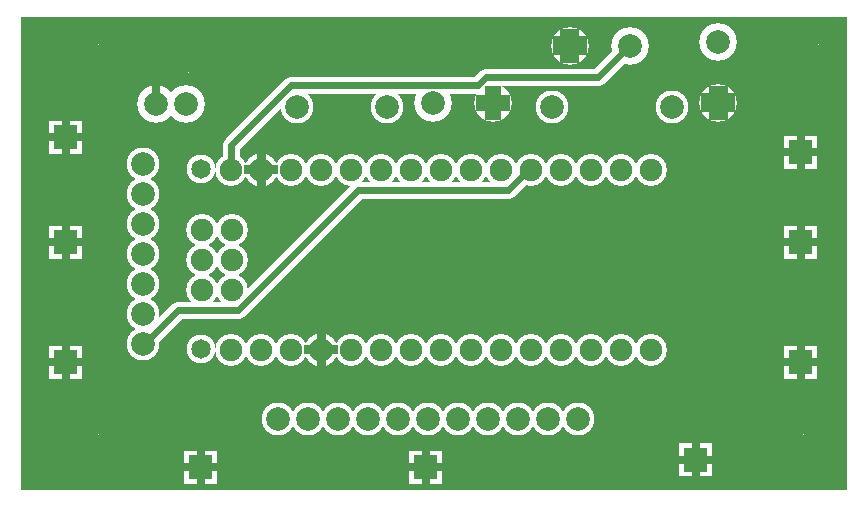
<source format=gbr>
%FSLAX34Y34*%
%MOMM*%
%LNCOPPER_TOP*%
G71*
G01*
%ADD10C,2.700*%
%ADD11C,2.450*%
%ADD12C,2.800*%
%ADD13C,3.200*%
%ADD14C,1.400*%
%ADD15C,4.200*%
%ADD16C,0.667*%
%ADD17C,0.813*%
%ADD18C,1.360*%
%ADD19C,1.587*%
%ADD20C,1.627*%
%ADD21C,0.787*%
%ADD22C,2.973*%
%ADD23C,1.900*%
%ADD24C,1.650*%
%ADD25C,2.000*%
%ADD26C,0.600*%
%ADD27C,4.000*%
%LPD*%
G36*
X-217646Y339759D02*
X482354Y339759D01*
X482354Y-60241D01*
X-217646Y-60241D01*
X-217646Y339759D01*
G37*
%LPC*%
X-39336Y58460D02*
G54D10*
D03*
X-13936Y58460D02*
G54D10*
D03*
X11464Y58460D02*
G54D10*
D03*
X36864Y58460D02*
G54D10*
D03*
X62264Y58460D02*
G54D10*
D03*
X87664Y58460D02*
G54D10*
D03*
X113064Y58460D02*
G54D10*
D03*
X138464Y58460D02*
G54D10*
D03*
X163864Y58460D02*
G54D10*
D03*
X189264Y58460D02*
G54D10*
D03*
X214664Y58460D02*
G54D10*
D03*
X240064Y58460D02*
G54D10*
D03*
X265464Y58460D02*
G54D10*
D03*
X290864Y58460D02*
G54D10*
D03*
X316264Y58460D02*
G54D10*
D03*
X-39336Y210860D02*
G54D10*
D03*
X-13936Y210860D02*
G54D10*
D03*
X11464Y210860D02*
G54D10*
D03*
X36864Y210860D02*
G54D10*
D03*
X62264Y210860D02*
G54D10*
D03*
X87664Y210860D02*
G54D10*
D03*
X113064Y210860D02*
G54D10*
D03*
X138464Y210860D02*
G54D10*
D03*
X163864Y210860D02*
G54D10*
D03*
X189264Y210860D02*
G54D10*
D03*
X214664Y210860D02*
G54D10*
D03*
X240064Y210860D02*
G54D10*
D03*
X265464Y210860D02*
G54D10*
D03*
X290864Y210860D02*
G54D10*
D03*
X316264Y210860D02*
G54D10*
D03*
X-64577Y211019D02*
G54D11*
D03*
X-64577Y58619D02*
G54D11*
D03*
X-38320Y159806D02*
G54D10*
D03*
X-63720Y159806D02*
G54D10*
D03*
X-38320Y134406D02*
G54D10*
D03*
X-63720Y134406D02*
G54D10*
D03*
X-38320Y109006D02*
G54D10*
D03*
X-63720Y109006D02*
G54D10*
D03*
X92234Y263559D02*
G54D12*
D03*
X16034Y263559D02*
G54D12*
D03*
X-102891Y266134D02*
G54D13*
D03*
X-77391Y266134D02*
G54D13*
D03*
X131499Y267316D02*
G54D13*
D03*
X182480Y267429D02*
G54D13*
D03*
X231934Y263559D02*
G54D12*
D03*
X333534Y263559D02*
G54D12*
D03*
X298120Y315684D02*
G54D13*
D03*
X247139Y315572D02*
G54D13*
D03*
X372851Y318434D02*
G54D13*
D03*
X372963Y267454D02*
G54D13*
D03*
X182480Y267429D02*
G54D12*
D03*
X247139Y315572D02*
G54D12*
D03*
X372963Y267454D02*
G54D12*
D03*
X50800Y0D02*
G54D12*
D03*
X25400Y0D02*
G54D12*
D03*
X0Y0D02*
G54D12*
D03*
X101600Y0D02*
G54D12*
D03*
X76200Y0D02*
G54D12*
D03*
X50800Y0D02*
G54D12*
D03*
X152400Y0D02*
G54D12*
D03*
X127000Y0D02*
G54D12*
D03*
X101600Y0D02*
G54D12*
D03*
X203199Y0D02*
G54D12*
D03*
X177799Y0D02*
G54D12*
D03*
X152400Y0D02*
G54D12*
D03*
X228599Y0D02*
G54D12*
D03*
X203199Y0D02*
G54D12*
D03*
X177799Y0D02*
G54D12*
D03*
X253999Y0D02*
G54D12*
D03*
X228599Y0D02*
G54D12*
D03*
X203199Y0D02*
G54D12*
D03*
X-114300Y139700D02*
G54D12*
D03*
X-114300Y139700D02*
G54D12*
D03*
X-114300Y165100D02*
G54D12*
D03*
X-114300Y190500D02*
G54D12*
D03*
X-114300Y88900D02*
G54D12*
D03*
X-114300Y88900D02*
G54D12*
D03*
X-114300Y114300D02*
G54D12*
D03*
X-114300Y139700D02*
G54D12*
D03*
X-114300Y63500D02*
G54D12*
D03*
X-114300Y88900D02*
G54D12*
D03*
X-114300Y165100D02*
G54D12*
D03*
X-114300Y165100D02*
G54D12*
D03*
X-114300Y190500D02*
G54D12*
D03*
X-114300Y215900D02*
G54D12*
D03*
X-114300Y63500D02*
G54D12*
D03*
X36864Y58460D02*
G54D12*
D03*
X-13936Y210860D02*
G54D12*
D03*
G54D14*
X-114300Y63500D02*
X-116046Y60409D01*
X-84296Y92159D01*
X-33496Y92159D01*
X68104Y193759D01*
X195104Y193759D01*
X214154Y212809D01*
X214664Y210860D01*
X-166846Y301659D02*
G54D15*
D03*
G54D14*
X298120Y315684D02*
X296704Y314409D01*
X271304Y289009D01*
X176054Y289009D01*
X169704Y282659D01*
X10954Y282659D01*
X-39846Y231859D01*
X-39846Y212809D01*
X-39336Y210860D01*
X-166846Y-28541D02*
G54D15*
D03*
X430054Y-28541D02*
G54D15*
D03*
X442754Y301659D02*
G54D15*
D03*
G36*
X-79246Y-27241D02*
X-51246Y-27241D01*
X-51246Y-55241D01*
X-79246Y-55241D01*
X-79246Y-27241D01*
G37*
G36*
X339854Y-20891D02*
X367854Y-20891D01*
X367854Y-48891D01*
X339854Y-48891D01*
X339854Y-20891D01*
G37*
G36*
X111254Y-27241D02*
X139254Y-27241D01*
X139254Y-55241D01*
X111254Y-55241D01*
X111254Y-27241D01*
G37*
G36*
X428754Y239459D02*
X456754Y239459D01*
X456754Y211459D01*
X428754Y211459D01*
X428754Y239459D01*
G37*
G36*
X428754Y61659D02*
X456754Y61659D01*
X456754Y33659D01*
X428754Y33659D01*
X428754Y61659D01*
G37*
G36*
X-193546Y252159D02*
X-165546Y252159D01*
X-165546Y224159D01*
X-193546Y224159D01*
X-193546Y252159D01*
G37*
G36*
X-193546Y61659D02*
X-165546Y61659D01*
X-165546Y33659D01*
X-193546Y33659D01*
X-193546Y61659D01*
G37*
X-90646Y308009D02*
G54D15*
D03*
G36*
X-193546Y163259D02*
X-165546Y163259D01*
X-165546Y135259D01*
X-193546Y135259D01*
X-193546Y163259D01*
G37*
G36*
X428754Y163259D02*
X456754Y163259D01*
X456754Y135259D01*
X428754Y135259D01*
X428754Y163259D01*
G37*
%LPD*%
G54D16*
G36*
X-106224Y266134D02*
X-106224Y282634D01*
X-99558Y282634D01*
X-99558Y266134D01*
X-106224Y266134D01*
G37*
G54D17*
G54D18*
G36*
X175680Y267429D02*
X175680Y281929D01*
X189280Y281929D01*
X189280Y267429D01*
X175680Y267429D01*
G37*
G36*
X182480Y274229D02*
X196980Y274229D01*
X196980Y260629D01*
X182480Y260629D01*
X182480Y274229D01*
G37*
G36*
X189280Y267429D02*
X189280Y252929D01*
X175680Y252929D01*
X175680Y267429D01*
X189280Y267429D01*
G37*
G36*
X182480Y260629D02*
X167980Y260629D01*
X167980Y274229D01*
X182480Y274229D01*
X182480Y260629D01*
G37*
G54D19*
G36*
X239206Y315572D02*
X239206Y330072D01*
X255072Y330072D01*
X255072Y315572D01*
X239206Y315572D01*
G37*
G36*
X247139Y323505D02*
X261639Y323505D01*
X261639Y307639D01*
X247139Y307639D01*
X247139Y323505D01*
G37*
G36*
X255072Y315572D02*
X255072Y301072D01*
X239206Y301072D01*
X239206Y315572D01*
X255072Y315572D01*
G37*
G36*
X247139Y307639D02*
X232639Y307639D01*
X232639Y323505D01*
X247139Y323505D01*
X247139Y307639D01*
G37*
G54D20*
G36*
X364830Y267454D02*
X364830Y281954D01*
X381096Y281954D01*
X381096Y267454D01*
X364830Y267454D01*
G37*
G36*
X372963Y275587D02*
X387463Y275587D01*
X387463Y259321D01*
X372963Y259321D01*
X372963Y275587D01*
G37*
G36*
X381096Y267454D02*
X381096Y252954D01*
X364830Y252954D01*
X364830Y267454D01*
X381096Y267454D01*
G37*
G36*
X372963Y259321D02*
X358463Y259321D01*
X358463Y275587D01*
X372963Y275587D01*
X372963Y259321D01*
G37*
G54D21*
G36*
X32931Y58460D02*
X32931Y72960D01*
X40797Y72960D01*
X40797Y58460D01*
X32931Y58460D01*
G37*
G36*
X36864Y62393D02*
X51364Y62393D01*
X51364Y54527D01*
X36864Y54527D01*
X36864Y62393D01*
G37*
G36*
X40797Y58460D02*
X40797Y43960D01*
X32931Y43960D01*
X32931Y58460D01*
X40797Y58460D01*
G37*
G36*
X36864Y54527D02*
X22364Y54527D01*
X22364Y62393D01*
X36864Y62393D01*
X36864Y54527D01*
G37*
G54D21*
G36*
X-17870Y210860D02*
X-17870Y225360D01*
X-10003Y225360D01*
X-10003Y210860D01*
X-17870Y210860D01*
G37*
G36*
X-13936Y214793D02*
X564Y214793D01*
X564Y206927D01*
X-13936Y206927D01*
X-13936Y214793D01*
G37*
G36*
X-10003Y210860D02*
X-10003Y196360D01*
X-17870Y196360D01*
X-17870Y210860D01*
X-10003Y210860D01*
G37*
G36*
X-13936Y206927D02*
X-28436Y206927D01*
X-28436Y214793D01*
X-13936Y214793D01*
X-13936Y206927D01*
G37*
G54D22*
G36*
X-166846Y316526D02*
X-145346Y316526D01*
X-145346Y286792D01*
X-166846Y286792D01*
X-166846Y316526D01*
G37*
G36*
X-151979Y301659D02*
X-151979Y280159D01*
X-181713Y280159D01*
X-181713Y301659D01*
X-151979Y301659D01*
G37*
G36*
X-166846Y286792D02*
X-188346Y286792D01*
X-188346Y316526D01*
X-166846Y316526D01*
X-166846Y286792D01*
G37*
G36*
X-181713Y301659D02*
X-181713Y323159D01*
X-151979Y323159D01*
X-151979Y301659D01*
X-181713Y301659D01*
G37*
G54D22*
G36*
X-166846Y-13674D02*
X-145346Y-13674D01*
X-145346Y-43408D01*
X-166846Y-43408D01*
X-166846Y-13674D01*
G37*
G36*
X-151979Y-28541D02*
X-151979Y-50041D01*
X-181713Y-50041D01*
X-181713Y-28541D01*
X-151979Y-28541D01*
G37*
G36*
X-166846Y-43408D02*
X-188346Y-43408D01*
X-188346Y-13674D01*
X-166846Y-13674D01*
X-166846Y-43408D01*
G37*
G36*
X-181713Y-28541D02*
X-181713Y-7041D01*
X-151979Y-7041D01*
X-151979Y-28541D01*
X-181713Y-28541D01*
G37*
G54D22*
G36*
X430054Y-13674D02*
X451554Y-13674D01*
X451554Y-43408D01*
X430054Y-43408D01*
X430054Y-13674D01*
G37*
G36*
X444921Y-28541D02*
X444921Y-50041D01*
X415187Y-50041D01*
X415187Y-28541D01*
X444921Y-28541D01*
G37*
G36*
X430054Y-43408D02*
X408554Y-43408D01*
X408554Y-13674D01*
X430054Y-13674D01*
X430054Y-43408D01*
G37*
G36*
X415187Y-28541D02*
X415187Y-7041D01*
X444921Y-7041D01*
X444921Y-28541D01*
X415187Y-28541D01*
G37*
G54D22*
G36*
X442754Y316526D02*
X464254Y316526D01*
X464254Y286792D01*
X442754Y286792D01*
X442754Y316526D01*
G37*
G36*
X457621Y301659D02*
X457621Y280159D01*
X427887Y280159D01*
X427887Y301659D01*
X457621Y301659D01*
G37*
G36*
X442754Y286792D02*
X421254Y286792D01*
X421254Y316526D01*
X442754Y316526D01*
X442754Y286792D01*
G37*
G36*
X427887Y301659D02*
X427887Y323159D01*
X457621Y323159D01*
X457621Y301659D01*
X427887Y301659D01*
G37*
G54D16*
G36*
X-68579Y-41241D02*
X-68579Y-26741D01*
X-61913Y-26741D01*
X-61913Y-41241D01*
X-68579Y-41241D01*
G37*
G36*
X-65246Y-37908D02*
X-50746Y-37908D01*
X-50746Y-44574D01*
X-65246Y-44574D01*
X-65246Y-37908D01*
G37*
G36*
X-61913Y-41241D02*
X-61913Y-55741D01*
X-68579Y-55741D01*
X-68579Y-41241D01*
X-61913Y-41241D01*
G37*
G36*
X-65246Y-44574D02*
X-79746Y-44574D01*
X-79746Y-37908D01*
X-65246Y-37908D01*
X-65246Y-44574D01*
G37*
G54D16*
G36*
X350521Y-34891D02*
X350521Y-20391D01*
X357187Y-20391D01*
X357187Y-34891D01*
X350521Y-34891D01*
G37*
G36*
X353854Y-31558D02*
X368354Y-31558D01*
X368354Y-38224D01*
X353854Y-38224D01*
X353854Y-31558D01*
G37*
G36*
X357187Y-34891D02*
X357187Y-49391D01*
X350521Y-49391D01*
X350521Y-34891D01*
X357187Y-34891D01*
G37*
G36*
X353854Y-38224D02*
X339354Y-38224D01*
X339354Y-31558D01*
X353854Y-31558D01*
X353854Y-38224D01*
G37*
G54D16*
G36*
X121921Y-41241D02*
X121921Y-26741D01*
X128587Y-26741D01*
X128587Y-41241D01*
X121921Y-41241D01*
G37*
G36*
X125254Y-37908D02*
X139754Y-37908D01*
X139754Y-44574D01*
X125254Y-44574D01*
X125254Y-37908D01*
G37*
G36*
X128587Y-41241D02*
X128587Y-55741D01*
X121921Y-55741D01*
X121921Y-41241D01*
X128587Y-41241D01*
G37*
G36*
X125254Y-44574D02*
X110754Y-44574D01*
X110754Y-37908D01*
X125254Y-37908D01*
X125254Y-44574D01*
G37*
G54D16*
G36*
X439421Y225459D02*
X439421Y239959D01*
X446087Y239959D01*
X446087Y225459D01*
X439421Y225459D01*
G37*
G36*
X442754Y228792D02*
X457254Y228792D01*
X457254Y222126D01*
X442754Y222126D01*
X442754Y228792D01*
G37*
G36*
X446087Y225459D02*
X446087Y210959D01*
X439421Y210959D01*
X439421Y225459D01*
X446087Y225459D01*
G37*
G36*
X442754Y222126D02*
X428254Y222126D01*
X428254Y228792D01*
X442754Y228792D01*
X442754Y222126D01*
G37*
G54D16*
G36*
X439421Y47659D02*
X439421Y62159D01*
X446087Y62159D01*
X446087Y47659D01*
X439421Y47659D01*
G37*
G36*
X442754Y50992D02*
X457254Y50992D01*
X457254Y44326D01*
X442754Y44326D01*
X442754Y50992D01*
G37*
G36*
X446087Y47659D02*
X446087Y33159D01*
X439421Y33159D01*
X439421Y47659D01*
X446087Y47659D01*
G37*
G36*
X442754Y44326D02*
X428254Y44326D01*
X428254Y50992D01*
X442754Y50992D01*
X442754Y44326D01*
G37*
G54D16*
G36*
X-182879Y238159D02*
X-182879Y252659D01*
X-176213Y252659D01*
X-176213Y238159D01*
X-182879Y238159D01*
G37*
G36*
X-179546Y241492D02*
X-165046Y241492D01*
X-165046Y234826D01*
X-179546Y234826D01*
X-179546Y241492D01*
G37*
G36*
X-176213Y238159D02*
X-176213Y223659D01*
X-182879Y223659D01*
X-182879Y238159D01*
X-176213Y238159D01*
G37*
G36*
X-179546Y234826D02*
X-194046Y234826D01*
X-194046Y241492D01*
X-179546Y241492D01*
X-179546Y234826D01*
G37*
G54D16*
G36*
X-182879Y47659D02*
X-182879Y62159D01*
X-176213Y62159D01*
X-176213Y47659D01*
X-182879Y47659D01*
G37*
G36*
X-179546Y50992D02*
X-165046Y50992D01*
X-165046Y44326D01*
X-179546Y44326D01*
X-179546Y50992D01*
G37*
G36*
X-176213Y47659D02*
X-176213Y33159D01*
X-182879Y33159D01*
X-182879Y47659D01*
X-176213Y47659D01*
G37*
G36*
X-179546Y44326D02*
X-194046Y44326D01*
X-194046Y50992D01*
X-179546Y50992D01*
X-179546Y44326D01*
G37*
G54D22*
G36*
X-90646Y322876D02*
X-69146Y322876D01*
X-69146Y293142D01*
X-90646Y293142D01*
X-90646Y322876D01*
G37*
G36*
X-75779Y308009D02*
X-75779Y286509D01*
X-105513Y286509D01*
X-105513Y308009D01*
X-75779Y308009D01*
G37*
G36*
X-90646Y293142D02*
X-112146Y293142D01*
X-112146Y322876D01*
X-90646Y322876D01*
X-90646Y293142D01*
G37*
G36*
X-105513Y308009D02*
X-105513Y329509D01*
X-75779Y329509D01*
X-75779Y308009D01*
X-105513Y308009D01*
G37*
G54D16*
G36*
X-182879Y149259D02*
X-182879Y163759D01*
X-176213Y163759D01*
X-176213Y149259D01*
X-182879Y149259D01*
G37*
G36*
X-179546Y152592D02*
X-165046Y152592D01*
X-165046Y145926D01*
X-179546Y145926D01*
X-179546Y152592D01*
G37*
G36*
X-176213Y149259D02*
X-176213Y134759D01*
X-182879Y134759D01*
X-182879Y149259D01*
X-176213Y149259D01*
G37*
G36*
X-179546Y145926D02*
X-194046Y145926D01*
X-194046Y152592D01*
X-179546Y152592D01*
X-179546Y145926D01*
G37*
G54D16*
G36*
X439421Y149259D02*
X439421Y163759D01*
X446087Y163759D01*
X446087Y149259D01*
X439421Y149259D01*
G37*
G36*
X442754Y152592D02*
X457254Y152592D01*
X457254Y145926D01*
X442754Y145926D01*
X442754Y152592D01*
G37*
G36*
X446087Y149259D02*
X446087Y134759D01*
X439421Y134759D01*
X439421Y149259D01*
X446087Y149259D01*
G37*
G36*
X442754Y145926D02*
X428254Y145926D01*
X428254Y152592D01*
X442754Y152592D01*
X442754Y145926D01*
G37*
X-39336Y58460D02*
G54D23*
D03*
X-13936Y58460D02*
G54D23*
D03*
X11464Y58460D02*
G54D23*
D03*
X36864Y58460D02*
G54D23*
D03*
X62264Y58460D02*
G54D23*
D03*
X87664Y58460D02*
G54D23*
D03*
X113064Y58460D02*
G54D23*
D03*
X138464Y58460D02*
G54D23*
D03*
X163864Y58460D02*
G54D23*
D03*
X189264Y58460D02*
G54D23*
D03*
X214664Y58460D02*
G54D23*
D03*
X240064Y58460D02*
G54D23*
D03*
X265464Y58460D02*
G54D23*
D03*
X290864Y58460D02*
G54D23*
D03*
X316264Y58460D02*
G54D23*
D03*
X-39336Y210860D02*
G54D23*
D03*
X-13936Y210860D02*
G54D23*
D03*
X11464Y210860D02*
G54D23*
D03*
X36864Y210860D02*
G54D23*
D03*
X62264Y210860D02*
G54D23*
D03*
X87664Y210860D02*
G54D23*
D03*
X113064Y210860D02*
G54D23*
D03*
X138464Y210860D02*
G54D23*
D03*
X163864Y210860D02*
G54D23*
D03*
X189264Y210860D02*
G54D23*
D03*
X214664Y210860D02*
G54D23*
D03*
X240064Y210860D02*
G54D23*
D03*
X265464Y210860D02*
G54D23*
D03*
X290864Y210860D02*
G54D23*
D03*
X316264Y210860D02*
G54D23*
D03*
X-64577Y211019D02*
G54D24*
D03*
X-64577Y58619D02*
G54D24*
D03*
X-38320Y159806D02*
G54D23*
D03*
X-63720Y159806D02*
G54D23*
D03*
X-38320Y134406D02*
G54D23*
D03*
X-63720Y134406D02*
G54D23*
D03*
X-38320Y109006D02*
G54D23*
D03*
X-63720Y109006D02*
G54D23*
D03*
X92234Y263559D02*
G54D25*
D03*
X16034Y263559D02*
G54D25*
D03*
X-102891Y266134D02*
G54D25*
D03*
X-77391Y266134D02*
G54D25*
D03*
X131499Y267316D02*
G54D25*
D03*
X182480Y267429D02*
G54D25*
D03*
X231934Y263559D02*
G54D25*
D03*
X333534Y263559D02*
G54D25*
D03*
X298120Y315684D02*
G54D25*
D03*
X247139Y315572D02*
G54D25*
D03*
X372851Y318434D02*
G54D25*
D03*
X372963Y267454D02*
G54D25*
D03*
X182480Y267429D02*
G54D25*
D03*
X247139Y315572D02*
G54D25*
D03*
X372963Y267454D02*
G54D25*
D03*
X50800Y0D02*
G54D25*
D03*
X25400Y0D02*
G54D25*
D03*
X0Y0D02*
G54D25*
D03*
X101600Y0D02*
G54D25*
D03*
X76200Y0D02*
G54D25*
D03*
X50800Y0D02*
G54D25*
D03*
X152400Y0D02*
G54D25*
D03*
X127000Y0D02*
G54D25*
D03*
X101600Y0D02*
G54D25*
D03*
X203199Y0D02*
G54D25*
D03*
X177799Y0D02*
G54D25*
D03*
X152400Y0D02*
G54D25*
D03*
X228599Y0D02*
G54D25*
D03*
X203199Y0D02*
G54D25*
D03*
X177799Y0D02*
G54D25*
D03*
X253999Y0D02*
G54D25*
D03*
X228599Y0D02*
G54D25*
D03*
X203199Y0D02*
G54D25*
D03*
X-114300Y139700D02*
G54D25*
D03*
X-114300Y139700D02*
G54D25*
D03*
X-114300Y165100D02*
G54D25*
D03*
X-114300Y190500D02*
G54D25*
D03*
X-114300Y88900D02*
G54D25*
D03*
X-114300Y88900D02*
G54D25*
D03*
X-114300Y114300D02*
G54D25*
D03*
X-114300Y139700D02*
G54D25*
D03*
X-114300Y63500D02*
G54D25*
D03*
X-114300Y88900D02*
G54D25*
D03*
X-114300Y165100D02*
G54D25*
D03*
X-114300Y165100D02*
G54D25*
D03*
X-114300Y190500D02*
G54D25*
D03*
X-114300Y215900D02*
G54D25*
D03*
X-114300Y63500D02*
G54D25*
D03*
X36864Y58460D02*
G54D25*
D03*
X-13936Y210860D02*
G54D25*
D03*
G54D26*
X-114300Y63500D02*
X-116046Y60409D01*
X-84296Y92159D01*
X-33496Y92159D01*
X68104Y193759D01*
X195104Y193759D01*
X214154Y212809D01*
X214664Y210860D01*
X-166846Y301659D02*
G54D27*
D03*
G54D26*
X298120Y315684D02*
X296704Y314409D01*
X271304Y289009D01*
X176054Y289009D01*
X169704Y282659D01*
X10954Y282659D01*
X-39846Y231859D01*
X-39846Y212809D01*
X-39336Y210860D01*
X-166846Y-28541D02*
G54D27*
D03*
X430054Y-28541D02*
G54D27*
D03*
X442754Y301659D02*
G54D27*
D03*
G36*
X-75246Y-31241D02*
X-55246Y-31241D01*
X-55246Y-51241D01*
X-75246Y-51241D01*
X-75246Y-31241D01*
G37*
G36*
X343854Y-24891D02*
X363854Y-24891D01*
X363854Y-44891D01*
X343854Y-44891D01*
X343854Y-24891D01*
G37*
G36*
X115254Y-31241D02*
X135254Y-31241D01*
X135254Y-51241D01*
X115254Y-51241D01*
X115254Y-31241D01*
G37*
G36*
X432754Y235459D02*
X452754Y235459D01*
X452754Y215459D01*
X432754Y215459D01*
X432754Y235459D01*
G37*
G36*
X432754Y57659D02*
X452754Y57659D01*
X452754Y37659D01*
X432754Y37659D01*
X432754Y57659D01*
G37*
G36*
X-189546Y248159D02*
X-169546Y248159D01*
X-169546Y228159D01*
X-189546Y228159D01*
X-189546Y248159D01*
G37*
G36*
X-189546Y57659D02*
X-169546Y57659D01*
X-169546Y37659D01*
X-189546Y37659D01*
X-189546Y57659D01*
G37*
X-90646Y308009D02*
G54D27*
D03*
G36*
X-189546Y159259D02*
X-169546Y159259D01*
X-169546Y139259D01*
X-189546Y139259D01*
X-189546Y159259D01*
G37*
G36*
X432754Y159259D02*
X452754Y159259D01*
X452754Y139259D01*
X432754Y139259D01*
X432754Y159259D01*
G37*
M02*

</source>
